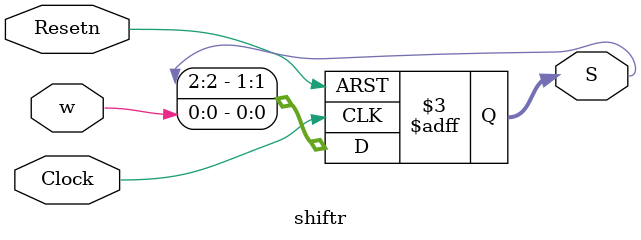
<source format=v>
module shiftr (Resetn, w, Clock, S); 
  parameter m = 2;
  input Resetn, w, Clock;
  output [1:m] S;
  reg [1:m] S; 
  integer k;

  always @(negedge Resetn or posedge Clock) 
    if (!Resetn)
      S <= 0; 
    else
    begin
      /*for (k=m; k>1; k=k-1)*/
       S[1] <= S[2];
       S[2] <= w;
    end  
endmodule
</source>
